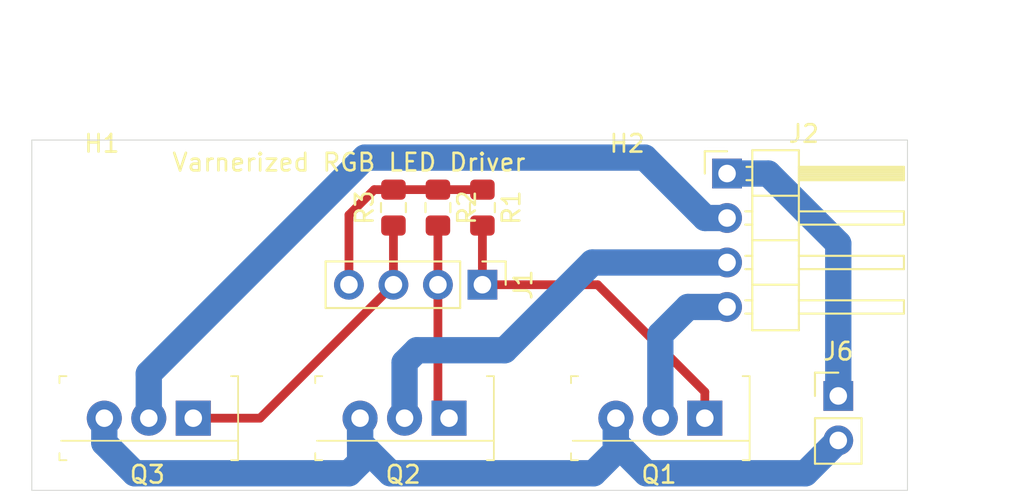
<source format=kicad_pcb>
(kicad_pcb (version 20171130) (host pcbnew 5.1.4+dfsg1-1)

  (general
    (thickness 1.6)
    (drawings 10)
    (tracks 46)
    (zones 0)
    (modules 11)
    (nets 10)
  )

  (page A4)
  (layers
    (0 F.Cu signal)
    (31 B.Cu signal)
    (32 B.Adhes user)
    (33 F.Adhes user)
    (34 B.Paste user)
    (35 F.Paste user)
    (36 B.SilkS user)
    (37 F.SilkS user)
    (38 B.Mask user)
    (39 F.Mask user)
    (40 Dwgs.User user)
    (41 Cmts.User user)
    (42 Eco1.User user)
    (43 Eco2.User user)
    (44 Edge.Cuts user)
    (45 Margin user)
    (46 B.CrtYd user)
    (47 F.CrtYd user)
    (48 B.Fab user)
    (49 F.Fab user)
  )

  (setup
    (last_trace_width 0.5)
    (trace_clearance 0.2)
    (zone_clearance 0.508)
    (zone_45_only no)
    (trace_min 0.2)
    (via_size 0.8)
    (via_drill 0.4)
    (via_min_size 0.4)
    (via_min_drill 0.3)
    (uvia_size 0.3)
    (uvia_drill 0.1)
    (uvias_allowed no)
    (uvia_min_size 0.2)
    (uvia_min_drill 0.1)
    (edge_width 0.05)
    (segment_width 0.2)
    (pcb_text_width 0.3)
    (pcb_text_size 1.5 1.5)
    (mod_edge_width 0.12)
    (mod_text_size 1 1)
    (mod_text_width 0.15)
    (pad_size 1.524 1.524)
    (pad_drill 0.762)
    (pad_to_mask_clearance 0.051)
    (solder_mask_min_width 0.25)
    (aux_axis_origin 0 0)
    (visible_elements FFFFFF7F)
    (pcbplotparams
      (layerselection 0x010fc_ffffffff)
      (usegerberextensions false)
      (usegerberattributes false)
      (usegerberadvancedattributes false)
      (creategerberjobfile false)
      (excludeedgelayer true)
      (linewidth 0.100000)
      (plotframeref false)
      (viasonmask false)
      (mode 1)
      (useauxorigin false)
      (hpglpennumber 1)
      (hpglpenspeed 20)
      (hpglpendiameter 15.000000)
      (psnegative false)
      (psa4output false)
      (plotreference true)
      (plotvalue true)
      (plotinvisibletext false)
      (padsonsilk false)
      (subtractmaskfromsilk false)
      (outputformat 1)
      (mirror false)
      (drillshape 1)
      (scaleselection 1)
      (outputdirectory ""))
  )

  (net 0 "")
  (net 1 "Net-(J1-Pad4)")
  (net 2 "Net-(J1-Pad3)")
  (net 3 "Net-(J1-Pad2)")
  (net 4 "Net-(J1-Pad1)")
  (net 5 "Net-(J2-Pad2)")
  (net 6 "Net-(J2-Pad1)")
  (net 7 "Net-(J6-Pad2)")
  (net 8 "Net-(J2-Pad4)")
  (net 9 "Net-(J2-Pad3)")

  (net_class Default "This is the default net class."
    (clearance 0.2)
    (trace_width 0.5)
    (via_dia 0.8)
    (via_drill 0.4)
    (uvia_dia 0.3)
    (uvia_drill 0.1)
    (add_net "Net-(J1-Pad1)")
    (add_net "Net-(J1-Pad2)")
    (add_net "Net-(J1-Pad3)")
    (add_net "Net-(J1-Pad4)")
  )

  (net_class "High Current" ""
    (clearance 0.2)
    (trace_width 1.5)
    (via_dia 0.8)
    (via_drill 0.4)
    (uvia_dia 0.3)
    (uvia_drill 0.1)
    (add_net "Net-(J2-Pad1)")
    (add_net "Net-(J2-Pad2)")
    (add_net "Net-(J2-Pad3)")
    (add_net "Net-(J2-Pad4)")
    (add_net "Net-(J6-Pad2)")
  )

  (module Connector_PinHeader_2.54mm:PinHeader_1x04_P2.54mm_Vertical (layer F.Cu) (tedit 59FED5CC) (tstamp 5E393F94)
    (at 125.73 48.26 270)
    (descr "Through hole straight pin header, 1x04, 2.54mm pitch, single row")
    (tags "Through hole pin header THT 1x04 2.54mm single row")
    (path /5E38708A)
    (fp_text reference J1 (at 0 -2.33 90) (layer F.SilkS)
      (effects (font (size 1 1) (thickness 0.15)))
    )
    (fp_text value Conn_01x04_Male (at 0 9.95 90) (layer F.Fab)
      (effects (font (size 1 1) (thickness 0.15)))
    )
    (fp_text user %R (at 0 3.81) (layer F.Fab)
      (effects (font (size 1 1) (thickness 0.15)))
    )
    (fp_line (start 1.8 -1.8) (end -1.8 -1.8) (layer F.CrtYd) (width 0.05))
    (fp_line (start 1.8 9.4) (end 1.8 -1.8) (layer F.CrtYd) (width 0.05))
    (fp_line (start -1.8 9.4) (end 1.8 9.4) (layer F.CrtYd) (width 0.05))
    (fp_line (start -1.8 -1.8) (end -1.8 9.4) (layer F.CrtYd) (width 0.05))
    (fp_line (start -1.33 -1.33) (end 0 -1.33) (layer F.SilkS) (width 0.12))
    (fp_line (start -1.33 0) (end -1.33 -1.33) (layer F.SilkS) (width 0.12))
    (fp_line (start -1.33 1.27) (end 1.33 1.27) (layer F.SilkS) (width 0.12))
    (fp_line (start 1.33 1.27) (end 1.33 8.95) (layer F.SilkS) (width 0.12))
    (fp_line (start -1.33 1.27) (end -1.33 8.95) (layer F.SilkS) (width 0.12))
    (fp_line (start -1.33 8.95) (end 1.33 8.95) (layer F.SilkS) (width 0.12))
    (fp_line (start -1.27 -0.635) (end -0.635 -1.27) (layer F.Fab) (width 0.1))
    (fp_line (start -1.27 8.89) (end -1.27 -0.635) (layer F.Fab) (width 0.1))
    (fp_line (start 1.27 8.89) (end -1.27 8.89) (layer F.Fab) (width 0.1))
    (fp_line (start 1.27 -1.27) (end 1.27 8.89) (layer F.Fab) (width 0.1))
    (fp_line (start -0.635 -1.27) (end 1.27 -1.27) (layer F.Fab) (width 0.1))
    (pad 4 thru_hole oval (at 0 7.62 270) (size 1.7 1.7) (drill 1) (layers *.Cu *.Mask)
      (net 1 "Net-(J1-Pad4)"))
    (pad 3 thru_hole oval (at 0 5.08 270) (size 1.7 1.7) (drill 1) (layers *.Cu *.Mask)
      (net 2 "Net-(J1-Pad3)"))
    (pad 2 thru_hole oval (at 0 2.54 270) (size 1.7 1.7) (drill 1) (layers *.Cu *.Mask)
      (net 3 "Net-(J1-Pad2)"))
    (pad 1 thru_hole rect (at 0 0 270) (size 1.7 1.7) (drill 1) (layers *.Cu *.Mask)
      (net 4 "Net-(J1-Pad1)"))
    (model ${KISYS3DMOD}/Connector_PinHeader_2.54mm.3dshapes/PinHeader_1x04_P2.54mm_Vertical.wrl
      (at (xyz 0 0 0))
      (scale (xyz 1 1 1))
      (rotate (xyz 0 0 0))
    )
  )

  (module Resistor_SMD:R_0805_2012Metric_Pad1.15x1.40mm_HandSolder (layer F.Cu) (tedit 5B36C52B) (tstamp 5E394782)
    (at 120.65 43.854998 90)
    (descr "Resistor SMD 0805 (2012 Metric), square (rectangular) end terminal, IPC_7351 nominal with elongated pad for handsoldering. (Body size source: https://docs.google.com/spreadsheets/d/1BsfQQcO9C6DZCsRaXUlFlo91Tg2WpOkGARC1WS5S8t0/edit?usp=sharing), generated with kicad-footprint-generator")
    (tags "resistor handsolder")
    (path /5E3940AB)
    (attr smd)
    (fp_text reference R3 (at 0 -1.65 90) (layer F.SilkS)
      (effects (font (size 1 1) (thickness 0.15)))
    )
    (fp_text value 10K (at 0 1.65 90) (layer F.Fab)
      (effects (font (size 1 1) (thickness 0.15)))
    )
    (fp_text user %R (at 0 0 90) (layer F.Fab)
      (effects (font (size 0.5 0.5) (thickness 0.08)))
    )
    (fp_line (start 1.85 0.95) (end -1.85 0.95) (layer F.CrtYd) (width 0.05))
    (fp_line (start 1.85 -0.95) (end 1.85 0.95) (layer F.CrtYd) (width 0.05))
    (fp_line (start -1.85 -0.95) (end 1.85 -0.95) (layer F.CrtYd) (width 0.05))
    (fp_line (start -1.85 0.95) (end -1.85 -0.95) (layer F.CrtYd) (width 0.05))
    (fp_line (start -0.261252 0.71) (end 0.261252 0.71) (layer F.SilkS) (width 0.12))
    (fp_line (start -0.261252 -0.71) (end 0.261252 -0.71) (layer F.SilkS) (width 0.12))
    (fp_line (start 1 0.6) (end -1 0.6) (layer F.Fab) (width 0.1))
    (fp_line (start 1 -0.6) (end 1 0.6) (layer F.Fab) (width 0.1))
    (fp_line (start -1 -0.6) (end 1 -0.6) (layer F.Fab) (width 0.1))
    (fp_line (start -1 0.6) (end -1 -0.6) (layer F.Fab) (width 0.1))
    (pad 2 smd roundrect (at 1.025 0 90) (size 1.15 1.4) (layers F.Cu F.Paste F.Mask) (roundrect_rratio 0.217391)
      (net 1 "Net-(J1-Pad4)"))
    (pad 1 smd roundrect (at -1.025 0 90) (size 1.15 1.4) (layers F.Cu F.Paste F.Mask) (roundrect_rratio 0.217391)
      (net 2 "Net-(J1-Pad3)"))
    (model ${KISYS3DMOD}/Resistor_SMD.3dshapes/R_0805_2012Metric.wrl
      (at (xyz 0 0 0))
      (scale (xyz 1 1 1))
      (rotate (xyz 0 0 0))
    )
  )

  (module Resistor_SMD:R_0805_2012Metric_Pad1.15x1.40mm_HandSolder (layer F.Cu) (tedit 5B36C52B) (tstamp 5E394A29)
    (at 123.19 43.854998 270)
    (descr "Resistor SMD 0805 (2012 Metric), square (rectangular) end terminal, IPC_7351 nominal with elongated pad for handsoldering. (Body size source: https://docs.google.com/spreadsheets/d/1BsfQQcO9C6DZCsRaXUlFlo91Tg2WpOkGARC1WS5S8t0/edit?usp=sharing), generated with kicad-footprint-generator")
    (tags "resistor handsolder")
    (path /5E393D03)
    (attr smd)
    (fp_text reference R2 (at 0 -1.65 90) (layer F.SilkS)
      (effects (font (size 1 1) (thickness 0.15)))
    )
    (fp_text value 10K (at 0 1.65 90) (layer F.Fab)
      (effects (font (size 1 1) (thickness 0.15)))
    )
    (fp_text user %R (at 0 0 90) (layer F.Fab)
      (effects (font (size 0.5 0.5) (thickness 0.08)))
    )
    (fp_line (start 1.85 0.95) (end -1.85 0.95) (layer F.CrtYd) (width 0.05))
    (fp_line (start 1.85 -0.95) (end 1.85 0.95) (layer F.CrtYd) (width 0.05))
    (fp_line (start -1.85 -0.95) (end 1.85 -0.95) (layer F.CrtYd) (width 0.05))
    (fp_line (start -1.85 0.95) (end -1.85 -0.95) (layer F.CrtYd) (width 0.05))
    (fp_line (start -0.261252 0.71) (end 0.261252 0.71) (layer F.SilkS) (width 0.12))
    (fp_line (start -0.261252 -0.71) (end 0.261252 -0.71) (layer F.SilkS) (width 0.12))
    (fp_line (start 1 0.6) (end -1 0.6) (layer F.Fab) (width 0.1))
    (fp_line (start 1 -0.6) (end 1 0.6) (layer F.Fab) (width 0.1))
    (fp_line (start -1 -0.6) (end 1 -0.6) (layer F.Fab) (width 0.1))
    (fp_line (start -1 0.6) (end -1 -0.6) (layer F.Fab) (width 0.1))
    (pad 2 smd roundrect (at 1.025 0 270) (size 1.15 1.4) (layers F.Cu F.Paste F.Mask) (roundrect_rratio 0.217391)
      (net 3 "Net-(J1-Pad2)"))
    (pad 1 smd roundrect (at -1.025 0 270) (size 1.15 1.4) (layers F.Cu F.Paste F.Mask) (roundrect_rratio 0.217391)
      (net 1 "Net-(J1-Pad4)"))
    (model ${KISYS3DMOD}/Resistor_SMD.3dshapes/R_0805_2012Metric.wrl
      (at (xyz 0 0 0))
      (scale (xyz 1 1 1))
      (rotate (xyz 0 0 0))
    )
  )

  (module Resistor_SMD:R_0805_2012Metric_Pad1.15x1.40mm_HandSolder (layer F.Cu) (tedit 5B36C52B) (tstamp 5E394760)
    (at 125.73 43.854998 270)
    (descr "Resistor SMD 0805 (2012 Metric), square (rectangular) end terminal, IPC_7351 nominal with elongated pad for handsoldering. (Body size source: https://docs.google.com/spreadsheets/d/1BsfQQcO9C6DZCsRaXUlFlo91Tg2WpOkGARC1WS5S8t0/edit?usp=sharing), generated with kicad-footprint-generator")
    (tags "resistor handsolder")
    (path /5E390FD6)
    (attr smd)
    (fp_text reference R1 (at 0 -1.65 90) (layer F.SilkS)
      (effects (font (size 1 1) (thickness 0.15)))
    )
    (fp_text value 10K (at 0 1.65 90) (layer F.Fab)
      (effects (font (size 1 1) (thickness 0.15)))
    )
    (fp_text user %R (at 0 0 90) (layer F.Fab)
      (effects (font (size 0.5 0.5) (thickness 0.08)))
    )
    (fp_line (start 1.85 0.95) (end -1.85 0.95) (layer F.CrtYd) (width 0.05))
    (fp_line (start 1.85 -0.95) (end 1.85 0.95) (layer F.CrtYd) (width 0.05))
    (fp_line (start -1.85 -0.95) (end 1.85 -0.95) (layer F.CrtYd) (width 0.05))
    (fp_line (start -1.85 0.95) (end -1.85 -0.95) (layer F.CrtYd) (width 0.05))
    (fp_line (start -0.261252 0.71) (end 0.261252 0.71) (layer F.SilkS) (width 0.12))
    (fp_line (start -0.261252 -0.71) (end 0.261252 -0.71) (layer F.SilkS) (width 0.12))
    (fp_line (start 1 0.6) (end -1 0.6) (layer F.Fab) (width 0.1))
    (fp_line (start 1 -0.6) (end 1 0.6) (layer F.Fab) (width 0.1))
    (fp_line (start -1 -0.6) (end 1 -0.6) (layer F.Fab) (width 0.1))
    (fp_line (start -1 0.6) (end -1 -0.6) (layer F.Fab) (width 0.1))
    (pad 2 smd roundrect (at 1.025 0 270) (size 1.15 1.4) (layers F.Cu F.Paste F.Mask) (roundrect_rratio 0.217391)
      (net 4 "Net-(J1-Pad1)"))
    (pad 1 smd roundrect (at -1.025 0 270) (size 1.15 1.4) (layers F.Cu F.Paste F.Mask) (roundrect_rratio 0.217391)
      (net 1 "Net-(J1-Pad4)"))
    (model ${KISYS3DMOD}/Resistor_SMD.3dshapes/R_0805_2012Metric.wrl
      (at (xyz 0 0 0))
      (scale (xyz 1 1 1))
      (rotate (xyz 0 0 0))
    )
  )

  (module MountingHole:MountingHole_3.2mm_M3_DIN965 locked (layer F.Cu) (tedit 56D1B4CB) (tstamp 5E393CE3)
    (at 134 44)
    (descr "Mounting Hole 3.2mm, no annular, M3, DIN965")
    (tags "mounting hole 3.2mm no annular m3 din965")
    (path /5E3950A7)
    (attr virtual)
    (fp_text reference H2 (at 0 -3.8) (layer F.SilkS)
      (effects (font (size 1 1) (thickness 0.15)))
    )
    (fp_text value MountingHole (at 0 3.8) (layer F.Fab)
      (effects (font (size 1 1) (thickness 0.15)))
    )
    (fp_circle (center 0 0) (end 3.05 0) (layer F.CrtYd) (width 0.05))
    (fp_circle (center 0 0) (end 2.8 0) (layer Cmts.User) (width 0.15))
    (fp_text user %R (at 0.3 0) (layer F.Fab)
      (effects (font (size 1 1) (thickness 0.15)))
    )
    (pad 1 np_thru_hole circle (at 0 0) (size 3.2 3.2) (drill 3.2) (layers *.Cu *.Mask))
  )

  (module MountingHole:MountingHole_3.2mm_M3_DIN965 locked (layer F.Cu) (tedit 56D1B4CB) (tstamp 5E393CDB)
    (at 104 44)
    (descr "Mounting Hole 3.2mm, no annular, M3, DIN965")
    (tags "mounting hole 3.2mm no annular m3 din965")
    (path /5E3945BC)
    (attr virtual)
    (fp_text reference H1 (at 0 -3.8) (layer F.SilkS)
      (effects (font (size 1 1) (thickness 0.15)))
    )
    (fp_text value MountingHole (at 0 3.8) (layer F.Fab)
      (effects (font (size 1 1) (thickness 0.15)))
    )
    (fp_circle (center 0 0) (end 3.05 0) (layer F.CrtYd) (width 0.05))
    (fp_circle (center 0 0) (end 2.8 0) (layer Cmts.User) (width 0.15))
    (fp_text user %R (at 0.3 0) (layer F.Fab)
      (effects (font (size 1 1) (thickness 0.15)))
    )
    (pad 1 np_thru_hole circle (at 0 0) (size 3.2 3.2) (drill 3.2) (layers *.Cu *.Mask))
  )

  (module Connector_PinHeader_2.54mm:PinHeader_1x04_P2.54mm_Horizontal (layer F.Cu) (tedit 59FED5CB) (tstamp 5E390996)
    (at 139.7 41.91)
    (descr "Through hole angled pin header, 1x04, 2.54mm pitch, 6mm pin length, single row")
    (tags "Through hole angled pin header THT 1x04 2.54mm single row")
    (path /5E3AF3BB)
    (fp_text reference J2 (at 4.385 -2.27) (layer F.SilkS)
      (effects (font (size 1 1) (thickness 0.15)))
    )
    (fp_text value Conn_01x04_Male (at 4.385 9.89) (layer F.Fab)
      (effects (font (size 1 1) (thickness 0.15)))
    )
    (fp_text user %R (at 2.77 3.81 90) (layer F.Fab)
      (effects (font (size 1 1) (thickness 0.15)))
    )
    (fp_line (start 10.55 -1.8) (end -1.8 -1.8) (layer F.CrtYd) (width 0.05))
    (fp_line (start 10.55 9.4) (end 10.55 -1.8) (layer F.CrtYd) (width 0.05))
    (fp_line (start -1.8 9.4) (end 10.55 9.4) (layer F.CrtYd) (width 0.05))
    (fp_line (start -1.8 -1.8) (end -1.8 9.4) (layer F.CrtYd) (width 0.05))
    (fp_line (start -1.27 -1.27) (end 0 -1.27) (layer F.SilkS) (width 0.12))
    (fp_line (start -1.27 0) (end -1.27 -1.27) (layer F.SilkS) (width 0.12))
    (fp_line (start 1.042929 8) (end 1.44 8) (layer F.SilkS) (width 0.12))
    (fp_line (start 1.042929 7.24) (end 1.44 7.24) (layer F.SilkS) (width 0.12))
    (fp_line (start 10.1 8) (end 4.1 8) (layer F.SilkS) (width 0.12))
    (fp_line (start 10.1 7.24) (end 10.1 8) (layer F.SilkS) (width 0.12))
    (fp_line (start 4.1 7.24) (end 10.1 7.24) (layer F.SilkS) (width 0.12))
    (fp_line (start 1.44 6.35) (end 4.1 6.35) (layer F.SilkS) (width 0.12))
    (fp_line (start 1.042929 5.46) (end 1.44 5.46) (layer F.SilkS) (width 0.12))
    (fp_line (start 1.042929 4.7) (end 1.44 4.7) (layer F.SilkS) (width 0.12))
    (fp_line (start 10.1 5.46) (end 4.1 5.46) (layer F.SilkS) (width 0.12))
    (fp_line (start 10.1 4.7) (end 10.1 5.46) (layer F.SilkS) (width 0.12))
    (fp_line (start 4.1 4.7) (end 10.1 4.7) (layer F.SilkS) (width 0.12))
    (fp_line (start 1.44 3.81) (end 4.1 3.81) (layer F.SilkS) (width 0.12))
    (fp_line (start 1.042929 2.92) (end 1.44 2.92) (layer F.SilkS) (width 0.12))
    (fp_line (start 1.042929 2.16) (end 1.44 2.16) (layer F.SilkS) (width 0.12))
    (fp_line (start 10.1 2.92) (end 4.1 2.92) (layer F.SilkS) (width 0.12))
    (fp_line (start 10.1 2.16) (end 10.1 2.92) (layer F.SilkS) (width 0.12))
    (fp_line (start 4.1 2.16) (end 10.1 2.16) (layer F.SilkS) (width 0.12))
    (fp_line (start 1.44 1.27) (end 4.1 1.27) (layer F.SilkS) (width 0.12))
    (fp_line (start 1.11 0.38) (end 1.44 0.38) (layer F.SilkS) (width 0.12))
    (fp_line (start 1.11 -0.38) (end 1.44 -0.38) (layer F.SilkS) (width 0.12))
    (fp_line (start 4.1 0.28) (end 10.1 0.28) (layer F.SilkS) (width 0.12))
    (fp_line (start 4.1 0.16) (end 10.1 0.16) (layer F.SilkS) (width 0.12))
    (fp_line (start 4.1 0.04) (end 10.1 0.04) (layer F.SilkS) (width 0.12))
    (fp_line (start 4.1 -0.08) (end 10.1 -0.08) (layer F.SilkS) (width 0.12))
    (fp_line (start 4.1 -0.2) (end 10.1 -0.2) (layer F.SilkS) (width 0.12))
    (fp_line (start 4.1 -0.32) (end 10.1 -0.32) (layer F.SilkS) (width 0.12))
    (fp_line (start 10.1 0.38) (end 4.1 0.38) (layer F.SilkS) (width 0.12))
    (fp_line (start 10.1 -0.38) (end 10.1 0.38) (layer F.SilkS) (width 0.12))
    (fp_line (start 4.1 -0.38) (end 10.1 -0.38) (layer F.SilkS) (width 0.12))
    (fp_line (start 4.1 -1.33) (end 1.44 -1.33) (layer F.SilkS) (width 0.12))
    (fp_line (start 4.1 8.95) (end 4.1 -1.33) (layer F.SilkS) (width 0.12))
    (fp_line (start 1.44 8.95) (end 4.1 8.95) (layer F.SilkS) (width 0.12))
    (fp_line (start 1.44 -1.33) (end 1.44 8.95) (layer F.SilkS) (width 0.12))
    (fp_line (start 4.04 7.94) (end 10.04 7.94) (layer F.Fab) (width 0.1))
    (fp_line (start 10.04 7.3) (end 10.04 7.94) (layer F.Fab) (width 0.1))
    (fp_line (start 4.04 7.3) (end 10.04 7.3) (layer F.Fab) (width 0.1))
    (fp_line (start -0.32 7.94) (end 1.5 7.94) (layer F.Fab) (width 0.1))
    (fp_line (start -0.32 7.3) (end -0.32 7.94) (layer F.Fab) (width 0.1))
    (fp_line (start -0.32 7.3) (end 1.5 7.3) (layer F.Fab) (width 0.1))
    (fp_line (start 4.04 5.4) (end 10.04 5.4) (layer F.Fab) (width 0.1))
    (fp_line (start 10.04 4.76) (end 10.04 5.4) (layer F.Fab) (width 0.1))
    (fp_line (start 4.04 4.76) (end 10.04 4.76) (layer F.Fab) (width 0.1))
    (fp_line (start -0.32 5.4) (end 1.5 5.4) (layer F.Fab) (width 0.1))
    (fp_line (start -0.32 4.76) (end -0.32 5.4) (layer F.Fab) (width 0.1))
    (fp_line (start -0.32 4.76) (end 1.5 4.76) (layer F.Fab) (width 0.1))
    (fp_line (start 4.04 2.86) (end 10.04 2.86) (layer F.Fab) (width 0.1))
    (fp_line (start 10.04 2.22) (end 10.04 2.86) (layer F.Fab) (width 0.1))
    (fp_line (start 4.04 2.22) (end 10.04 2.22) (layer F.Fab) (width 0.1))
    (fp_line (start -0.32 2.86) (end 1.5 2.86) (layer F.Fab) (width 0.1))
    (fp_line (start -0.32 2.22) (end -0.32 2.86) (layer F.Fab) (width 0.1))
    (fp_line (start -0.32 2.22) (end 1.5 2.22) (layer F.Fab) (width 0.1))
    (fp_line (start 4.04 0.32) (end 10.04 0.32) (layer F.Fab) (width 0.1))
    (fp_line (start 10.04 -0.32) (end 10.04 0.32) (layer F.Fab) (width 0.1))
    (fp_line (start 4.04 -0.32) (end 10.04 -0.32) (layer F.Fab) (width 0.1))
    (fp_line (start -0.32 0.32) (end 1.5 0.32) (layer F.Fab) (width 0.1))
    (fp_line (start -0.32 -0.32) (end -0.32 0.32) (layer F.Fab) (width 0.1))
    (fp_line (start -0.32 -0.32) (end 1.5 -0.32) (layer F.Fab) (width 0.1))
    (fp_line (start 1.5 -0.635) (end 2.135 -1.27) (layer F.Fab) (width 0.1))
    (fp_line (start 1.5 8.89) (end 1.5 -0.635) (layer F.Fab) (width 0.1))
    (fp_line (start 4.04 8.89) (end 1.5 8.89) (layer F.Fab) (width 0.1))
    (fp_line (start 4.04 -1.27) (end 4.04 8.89) (layer F.Fab) (width 0.1))
    (fp_line (start 2.135 -1.27) (end 4.04 -1.27) (layer F.Fab) (width 0.1))
    (pad 4 thru_hole oval (at 0 7.62) (size 1.7 1.7) (drill 1) (layers *.Cu *.Mask)
      (net 8 "Net-(J2-Pad4)"))
    (pad 3 thru_hole oval (at 0 5.08) (size 1.7 1.7) (drill 1) (layers *.Cu *.Mask)
      (net 9 "Net-(J2-Pad3)"))
    (pad 2 thru_hole oval (at 0 2.54) (size 1.7 1.7) (drill 1) (layers *.Cu *.Mask)
      (net 5 "Net-(J2-Pad2)"))
    (pad 1 thru_hole rect (at 0 0) (size 1.7 1.7) (drill 1) (layers *.Cu *.Mask)
      (net 6 "Net-(J2-Pad1)"))
    (model ${KISYS3DMOD}/Connector_PinHeader_2.54mm.3dshapes/PinHeader_1x04_P2.54mm_Horizontal.wrl
      (at (xyz 0 0 0))
      (scale (xyz 1 1 1))
      (rotate (xyz 0 0 0))
    )
  )

  (module digikey-footprints:TO-220-3 (layer F.Cu) (tedit 5AFA02CB) (tstamp 5E391F82)
    (at 123.825 55.88 180)
    (descr http://www.st.com/content/ccc/resource/technical/document/datasheet/f9/ed/f5/44/26/b9/43/a4/CD00000911.pdf/files/CD00000911.pdf/jcr:content/translations/en.CD00000911.pdf)
    (path /5E38934B)
    (fp_text reference Q2 (at 2.62 -3.22) (layer F.SilkS)
      (effects (font (size 1 1) (thickness 0.15)))
    )
    (fp_text value IRLB3034PBF (at 2.27 3.63) (layer F.Fab)
      (effects (font (size 1 1) (thickness 0.15)))
    )
    (fp_line (start -2.46 2.25) (end 7.54 2.25) (layer F.Fab) (width 0.1))
    (fp_line (start -2.46 -2.25) (end 7.54 -2.25) (layer F.Fab) (width 0.1))
    (fp_line (start -2.46 -2.25) (end -2.46 2.25) (layer F.Fab) (width 0.1))
    (fp_line (start 7.54 2.25) (end 7.54 -2.25) (layer F.Fab) (width 0.1))
    (fp_text user %R (at 2.52 -0.01) (layer F.Fab)
      (effects (font (size 1 1) (thickness 0.15)))
    )
    (fp_line (start 7.64 -2.4) (end 7.64 -2) (layer F.SilkS) (width 0.1))
    (fp_line (start 7.24 -2.4) (end 7.64 -2.4) (layer F.SilkS) (width 0.1))
    (fp_line (start -2.56 -2.4) (end -2.16 -2.4) (layer F.SilkS) (width 0.1))
    (fp_line (start -2.56 -2.4) (end -2.56 -2) (layer F.SilkS) (width 0.1))
    (fp_line (start -2.56 2.4) (end -2.16 2.4) (layer F.SilkS) (width 0.1))
    (fp_line (start -2.56 2.4) (end -2.56 -2) (layer F.SilkS) (width 0.1))
    (fp_line (start 7.64 2.4) (end 7.24 2.4) (layer F.SilkS) (width 0.1))
    (fp_line (start 7.64 2.4) (end 7.64 2) (layer F.SilkS) (width 0.1))
    (fp_line (start 7.79 -2.5) (end 7.79 2.5) (layer F.CrtYd) (width 0.05))
    (fp_line (start -2.71 -2.5) (end -2.71 2.5) (layer F.CrtYd) (width 0.05))
    (fp_line (start -2.71 -2.5) (end 7.79 -2.5) (layer F.CrtYd) (width 0.05))
    (fp_line (start -2.71 2.5) (end 7.79 2.5) (layer F.CrtYd) (width 0.05))
    (fp_line (start -2.45 -1.3) (end 7.54 -1.3) (layer F.Fab) (width 0.1))
    (fp_line (start -2.56 -1.29) (end 7.54 -1.29) (layer F.SilkS) (width 0.1))
    (pad 3 thru_hole circle (at 5.08 0 180) (size 2 2) (drill 1) (layers *.Cu *.Mask)
      (net 7 "Net-(J6-Pad2)"))
    (pad 2 thru_hole circle (at 2.54 0 180) (size 2 2) (drill 1) (layers *.Cu *.Mask)
      (net 9 "Net-(J2-Pad3)"))
    (pad 1 thru_hole rect (at 0 0 180) (size 2 2) (drill 1) (layers *.Cu *.Mask)
      (net 3 "Net-(J1-Pad2)"))
  )

  (module digikey-footprints:TO-220-3 (layer F.Cu) (tedit 5AFA02CB) (tstamp 5E394891)
    (at 138.43 55.88 180)
    (descr http://www.st.com/content/ccc/resource/technical/document/datasheet/f9/ed/f5/44/26/b9/43/a4/CD00000911.pdf/files/CD00000911.pdf/jcr:content/translations/en.CD00000911.pdf)
    (path /5E387FA0)
    (fp_text reference Q1 (at 2.62 -3.22) (layer F.SilkS)
      (effects (font (size 1 1) (thickness 0.15)))
    )
    (fp_text value IRLB3034PBF (at 2.27 3.63) (layer F.Fab)
      (effects (font (size 1 1) (thickness 0.15)))
    )
    (fp_line (start -2.46 2.25) (end 7.54 2.25) (layer F.Fab) (width 0.1))
    (fp_line (start -2.46 -2.25) (end 7.54 -2.25) (layer F.Fab) (width 0.1))
    (fp_line (start -2.46 -2.25) (end -2.46 2.25) (layer F.Fab) (width 0.1))
    (fp_line (start 7.54 2.25) (end 7.54 -2.25) (layer F.Fab) (width 0.1))
    (fp_text user %R (at 2.52 -0.01) (layer F.Fab)
      (effects (font (size 1 1) (thickness 0.15)))
    )
    (fp_line (start 7.64 -2.4) (end 7.64 -2) (layer F.SilkS) (width 0.1))
    (fp_line (start 7.24 -2.4) (end 7.64 -2.4) (layer F.SilkS) (width 0.1))
    (fp_line (start -2.56 -2.4) (end -2.16 -2.4) (layer F.SilkS) (width 0.1))
    (fp_line (start -2.56 -2.4) (end -2.56 -2) (layer F.SilkS) (width 0.1))
    (fp_line (start -2.56 2.4) (end -2.16 2.4) (layer F.SilkS) (width 0.1))
    (fp_line (start -2.56 2.4) (end -2.56 -2) (layer F.SilkS) (width 0.1))
    (fp_line (start 7.64 2.4) (end 7.24 2.4) (layer F.SilkS) (width 0.1))
    (fp_line (start 7.64 2.4) (end 7.64 2) (layer F.SilkS) (width 0.1))
    (fp_line (start 7.79 -2.5) (end 7.79 2.5) (layer F.CrtYd) (width 0.05))
    (fp_line (start -2.71 -2.5) (end -2.71 2.5) (layer F.CrtYd) (width 0.05))
    (fp_line (start -2.71 -2.5) (end 7.79 -2.5) (layer F.CrtYd) (width 0.05))
    (fp_line (start -2.71 2.5) (end 7.79 2.5) (layer F.CrtYd) (width 0.05))
    (fp_line (start -2.45 -1.3) (end 7.54 -1.3) (layer F.Fab) (width 0.1))
    (fp_line (start -2.56 -1.29) (end 7.54 -1.29) (layer F.SilkS) (width 0.1))
    (pad 3 thru_hole circle (at 5.08 0 180) (size 2 2) (drill 1) (layers *.Cu *.Mask)
      (net 7 "Net-(J6-Pad2)"))
    (pad 2 thru_hole circle (at 2.54 0 180) (size 2 2) (drill 1) (layers *.Cu *.Mask)
      (net 8 "Net-(J2-Pad4)"))
    (pad 1 thru_hole rect (at 0 0 180) (size 2 2) (drill 1) (layers *.Cu *.Mask)
      (net 4 "Net-(J1-Pad1)"))
  )

  (module Connector_PinHeader_2.54mm:PinHeader_1x02_P2.54mm_Vertical (layer F.Cu) (tedit 59FED5CC) (tstamp 5E394738)
    (at 146.05 54.61)
    (descr "Through hole straight pin header, 1x02, 2.54mm pitch, single row")
    (tags "Through hole pin header THT 1x02 2.54mm single row")
    (path /5E3A2F95)
    (fp_text reference J6 (at 0 -2.54) (layer F.SilkS)
      (effects (font (size 1 1) (thickness 0.15)))
    )
    (fp_text value Conn_01x02_Male (at 0 4.87) (layer F.Fab)
      (effects (font (size 1 1) (thickness 0.15)))
    )
    (fp_text user %R (at 0 1.27 90) (layer F.Fab)
      (effects (font (size 1 1) (thickness 0.15)))
    )
    (fp_line (start 1.8 -1.8) (end -1.8 -1.8) (layer F.CrtYd) (width 0.05))
    (fp_line (start 1.8 4.35) (end 1.8 -1.8) (layer F.CrtYd) (width 0.05))
    (fp_line (start -1.8 4.35) (end 1.8 4.35) (layer F.CrtYd) (width 0.05))
    (fp_line (start -1.8 -1.8) (end -1.8 4.35) (layer F.CrtYd) (width 0.05))
    (fp_line (start -1.33 -1.33) (end 0 -1.33) (layer F.SilkS) (width 0.12))
    (fp_line (start -1.33 0) (end -1.33 -1.33) (layer F.SilkS) (width 0.12))
    (fp_line (start -1.33 1.27) (end 1.33 1.27) (layer F.SilkS) (width 0.12))
    (fp_line (start 1.33 1.27) (end 1.33 3.87) (layer F.SilkS) (width 0.12))
    (fp_line (start -1.33 1.27) (end -1.33 3.87) (layer F.SilkS) (width 0.12))
    (fp_line (start -1.33 3.87) (end 1.33 3.87) (layer F.SilkS) (width 0.12))
    (fp_line (start -1.27 -0.635) (end -0.635 -1.27) (layer F.Fab) (width 0.1))
    (fp_line (start -1.27 3.81) (end -1.27 -0.635) (layer F.Fab) (width 0.1))
    (fp_line (start 1.27 3.81) (end -1.27 3.81) (layer F.Fab) (width 0.1))
    (fp_line (start 1.27 -1.27) (end 1.27 3.81) (layer F.Fab) (width 0.1))
    (fp_line (start -0.635 -1.27) (end 1.27 -1.27) (layer F.Fab) (width 0.1))
    (pad 2 thru_hole oval (at 0 2.54) (size 1.7 1.7) (drill 1) (layers *.Cu *.Mask)
      (net 7 "Net-(J6-Pad2)"))
    (pad 1 thru_hole rect (at 0 0) (size 1.7 1.7) (drill 1) (layers *.Cu *.Mask)
      (net 6 "Net-(J2-Pad1)"))
    (model ${KISYS3DMOD}/Connector_PinHeader_2.54mm.3dshapes/PinHeader_1x02_P2.54mm_Vertical.wrl
      (at (xyz 0 0 0))
      (scale (xyz 1 1 1))
      (rotate (xyz 0 0 0))
    )
  )

  (module digikey-footprints:TO-220-3 (layer F.Cu) (tedit 5AFA02CB) (tstamp 5E392057)
    (at 109.22 55.88 180)
    (descr http://www.st.com/content/ccc/resource/technical/document/datasheet/f9/ed/f5/44/26/b9/43/a4/CD00000911.pdf/files/CD00000911.pdf/jcr:content/translations/en.CD00000911.pdf)
    (path /5E389B94)
    (fp_text reference Q3 (at 2.62 -3.22) (layer F.SilkS)
      (effects (font (size 1 1) (thickness 0.15)))
    )
    (fp_text value IRLB3034PBF (at 2.27 3.63) (layer F.Fab)
      (effects (font (size 1 1) (thickness 0.15)))
    )
    (fp_line (start -2.46 2.25) (end 7.54 2.25) (layer F.Fab) (width 0.1))
    (fp_line (start -2.46 -2.25) (end 7.54 -2.25) (layer F.Fab) (width 0.1))
    (fp_line (start -2.46 -2.25) (end -2.46 2.25) (layer F.Fab) (width 0.1))
    (fp_line (start 7.54 2.25) (end 7.54 -2.25) (layer F.Fab) (width 0.1))
    (fp_text user %R (at 2.52 -0.01) (layer F.Fab)
      (effects (font (size 1 1) (thickness 0.15)))
    )
    (fp_line (start 7.64 -2.4) (end 7.64 -2) (layer F.SilkS) (width 0.1))
    (fp_line (start 7.24 -2.4) (end 7.64 -2.4) (layer F.SilkS) (width 0.1))
    (fp_line (start -2.56 -2.4) (end -2.16 -2.4) (layer F.SilkS) (width 0.1))
    (fp_line (start -2.56 -2.4) (end -2.56 -2) (layer F.SilkS) (width 0.1))
    (fp_line (start -2.56 2.4) (end -2.16 2.4) (layer F.SilkS) (width 0.1))
    (fp_line (start -2.56 2.4) (end -2.56 -2) (layer F.SilkS) (width 0.1))
    (fp_line (start 7.64 2.4) (end 7.24 2.4) (layer F.SilkS) (width 0.1))
    (fp_line (start 7.64 2.4) (end 7.64 2) (layer F.SilkS) (width 0.1))
    (fp_line (start 7.79 -2.5) (end 7.79 2.5) (layer F.CrtYd) (width 0.05))
    (fp_line (start -2.71 -2.5) (end -2.71 2.5) (layer F.CrtYd) (width 0.05))
    (fp_line (start -2.71 -2.5) (end 7.79 -2.5) (layer F.CrtYd) (width 0.05))
    (fp_line (start -2.71 2.5) (end 7.79 2.5) (layer F.CrtYd) (width 0.05))
    (fp_line (start -2.45 -1.3) (end 7.54 -1.3) (layer F.Fab) (width 0.1))
    (fp_line (start -2.56 -1.29) (end 7.54 -1.29) (layer F.SilkS) (width 0.1))
    (pad 3 thru_hole circle (at 5.08 0 180) (size 2 2) (drill 1) (layers *.Cu *.Mask)
      (net 7 "Net-(J6-Pad2)"))
    (pad 2 thru_hole circle (at 2.54 0 180) (size 2 2) (drill 1) (layers *.Cu *.Mask)
      (net 5 "Net-(J2-Pad2)"))
    (pad 1 thru_hole rect (at 0 0 180) (size 2 2) (drill 1) (layers *.Cu *.Mask)
      (net 2 "Net-(J1-Pad3)"))
  )

  (dimension 16 (width 0.15) (layer Cmts.User)
    (gr_text "16.000 mm" (at 142 35.7) (layer Cmts.User)
      (effects (font (size 1 1) (thickness 0.15)))
    )
    (feature1 (pts (xy 150 44) (xy 150 36.413579)))
    (feature2 (pts (xy 134 44) (xy 134 36.413579)))
    (crossbar (pts (xy 134 37) (xy 150 37)))
    (arrow1a (pts (xy 150 37) (xy 148.873496 37.586421)))
    (arrow1b (pts (xy 150 37) (xy 148.873496 36.413579)))
    (arrow2a (pts (xy 134 37) (xy 135.126504 37.586421)))
    (arrow2b (pts (xy 134 37) (xy 135.126504 36.413579)))
  )
  (dimension 30 (width 0.15) (layer Cmts.User)
    (gr_text "30.000 mm" (at 119 35.7) (layer Cmts.User)
      (effects (font (size 1 1) (thickness 0.15)))
    )
    (feature1 (pts (xy 134 44) (xy 134 36.413579)))
    (feature2 (pts (xy 104 44) (xy 104 36.413579)))
    (crossbar (pts (xy 104 37) (xy 134 37)))
    (arrow1a (pts (xy 134 37) (xy 132.873496 37.586421)))
    (arrow1b (pts (xy 134 37) (xy 132.873496 36.413579)))
    (arrow2a (pts (xy 104 37) (xy 105.126504 37.586421)))
    (arrow2b (pts (xy 104 37) (xy 105.126504 36.413579)))
  )
  (dimension 4 (width 0.15) (layer Cmts.User)
    (gr_text "4.000 mm" (at 102 35.7) (layer Cmts.User)
      (effects (font (size 1 1) (thickness 0.15)))
    )
    (feature1 (pts (xy 100 44) (xy 100 36.413579)))
    (feature2 (pts (xy 104 44) (xy 104 36.413579)))
    (crossbar (pts (xy 104 37) (xy 100 37)))
    (arrow1a (pts (xy 100 37) (xy 101.126504 36.413579)))
    (arrow1b (pts (xy 100 37) (xy 101.126504 37.586421)))
    (arrow2a (pts (xy 104 37) (xy 102.873496 36.413579)))
    (arrow2b (pts (xy 104 37) (xy 102.873496 37.586421)))
  )
  (dimension 20 (width 0.15) (layer Cmts.User)
    (gr_text "20.000 mm" (at 155.3 50 270) (layer Cmts.User)
      (effects (font (size 1 1) (thickness 0.15)))
    )
    (feature1 (pts (xy 150 60) (xy 154.586421 60)))
    (feature2 (pts (xy 150 40) (xy 154.586421 40)))
    (crossbar (pts (xy 154 40) (xy 154 60)))
    (arrow1a (pts (xy 154 60) (xy 153.413579 58.873496)))
    (arrow1b (pts (xy 154 60) (xy 154.586421 58.873496)))
    (arrow2a (pts (xy 154 40) (xy 153.413579 41.126504)))
    (arrow2b (pts (xy 154 40) (xy 154.586421 41.126504)))
  )
  (dimension 50 (width 0.15) (layer Cmts.User)
    (gr_text "50.000 mm" (at 125 32.7) (layer Cmts.User)
      (effects (font (size 1 1) (thickness 0.15)))
    )
    (feature1 (pts (xy 150 40) (xy 150 33.413579)))
    (feature2 (pts (xy 100 40) (xy 100 33.413579)))
    (crossbar (pts (xy 100 34) (xy 150 34)))
    (arrow1a (pts (xy 150 34) (xy 148.873496 34.586421)))
    (arrow1b (pts (xy 150 34) (xy 148.873496 33.413579)))
    (arrow2a (pts (xy 100 34) (xy 101.126504 34.586421)))
    (arrow2b (pts (xy 100 34) (xy 101.126504 33.413579)))
  )
  (gr_text "Varnerized RGB LED Driver" (at 118.11 41.275) (layer F.SilkS) (tstamp 5E393FE7)
    (effects (font (size 1 1) (thickness 0.15)))
  )
  (gr_line (start 150 40) (end 100 40) (layer Edge.Cuts) (width 0.05) (tstamp 5E391F64))
  (gr_line (start 150 60) (end 150 40) (layer Edge.Cuts) (width 0.05) (tstamp 5E391F67))
  (gr_line (start 100 60) (end 150 60) (layer Edge.Cuts) (width 0.05))
  (gr_line (start 100 40) (end 100 60) (layer Edge.Cuts) (width 0.05) (tstamp 5E39208A))

  (segment (start 125.73 42.829998) (end 123.19 42.829998) (width 0.5) (layer F.Cu) (net 1))
  (segment (start 123.19 42.829998) (end 120.65 42.829998) (width 0.5) (layer F.Cu) (net 1))
  (segment (start 118.11 44.274999) (end 118.11 48.26) (width 0.5) (layer F.Cu) (net 1))
  (segment (start 120.65 42.829998) (end 119.555001 42.829998) (width 0.5) (layer F.Cu) (net 1))
  (segment (start 119.555001 42.829998) (end 118.11 44.274999) (width 0.5) (layer F.Cu) (net 1))
  (segment (start 120.65 44.879998) (end 120.65 48.26) (width 0.5) (layer F.Cu) (net 2))
  (segment (start 113.03 55.88) (end 109.22 55.88) (width 0.5) (layer F.Cu) (net 2))
  (segment (start 120.65 48.26) (end 113.03 55.88) (width 0.5) (layer F.Cu) (net 2))
  (segment (start 123.19 44.879998) (end 123.19 48.26) (width 0.5) (layer F.Cu) (net 3))
  (segment (start 123.19 55.245) (end 123.825 55.88) (width 0.5) (layer F.Cu) (net 3))
  (segment (start 123.19 48.26) (end 123.19 55.245) (width 0.5) (layer F.Cu) (net 3))
  (segment (start 125.73 44.879998) (end 125.73 48.26) (width 0.5) (layer F.Cu) (net 4))
  (segment (start 138.43 54.38) (end 138.43 55.88) (width 0.5) (layer F.Cu) (net 4))
  (segment (start 132.31 48.26) (end 138.43 54.38) (width 0.5) (layer F.Cu) (net 4))
  (segment (start 125.73 48.26) (end 132.31 48.26) (width 0.5) (layer F.Cu) (net 4))
  (segment (start 106.68 53.34) (end 106.68 55.88) (width 1.5) (layer B.Cu) (net 5))
  (segment (start 119.02 41) (end 106.68 53.34) (width 1.5) (layer B.Cu) (net 5))
  (segment (start 135 41) (end 119.02 41) (width 1.5) (layer B.Cu) (net 5))
  (segment (start 139.7 44.45) (end 138.45 44.45) (width 1.5) (layer B.Cu) (net 5))
  (segment (start 138.45 44.45) (end 135 41) (width 1.5) (layer B.Cu) (net 5))
  (segment (start 146.05 52.26) (end 146.05 54.61) (width 1.5) (layer B.Cu) (net 6))
  (segment (start 146.05 45.91) (end 146.05 52.26) (width 1.5) (layer B.Cu) (net 6))
  (segment (start 142.05 41.91) (end 146.05 45.91) (width 1.5) (layer B.Cu) (net 6))
  (segment (start 139.7 41.91) (end 142.05 41.91) (width 1.5) (layer B.Cu) (net 6))
  (segment (start 146.05 57.15) (end 144.17501 59.02499) (width 1.5) (layer B.Cu) (net 7))
  (segment (start 135.080777 59.02499) (end 133.35 57.294213) (width 1.5) (layer B.Cu) (net 7))
  (segment (start 133.35 57.294213) (end 133.35 55.88) (width 1.5) (layer B.Cu) (net 7))
  (segment (start 144.17501 59.02499) (end 135.080777 59.02499) (width 1.5) (layer B.Cu) (net 7))
  (segment (start 133.35 55.88) (end 133.35 57.75499) (width 1.5) (layer B.Cu) (net 7))
  (segment (start 133.35 57.75499) (end 132.08 59.02499) (width 1.5) (layer B.Cu) (net 7))
  (segment (start 118.745 57.294213) (end 118.745 55.88) (width 1.5) (layer B.Cu) (net 7))
  (segment (start 120.475777 59.02499) (end 118.745 57.294213) (width 1.5) (layer B.Cu) (net 7))
  (segment (start 132.08 59.02499) (end 120.475777 59.02499) (width 1.5) (layer B.Cu) (net 7))
  (segment (start 118.745 55.88) (end 118.745 58.38999) (width 1.5) (layer B.Cu) (net 7))
  (segment (start 118.745 58.38999) (end 118.11 59.02499) (width 1.5) (layer B.Cu) (net 7))
  (segment (start 105.870777 59.02499) (end 104.14 57.294213) (width 1.5) (layer B.Cu) (net 7))
  (segment (start 104.14 57.294213) (end 104.14 55.88) (width 1.5) (layer B.Cu) (net 7))
  (segment (start 118.11 59.02499) (end 105.870777 59.02499) (width 1.5) (layer B.Cu) (net 7))
  (segment (start 135.89 51.11) (end 135.89 55.88) (width 1.5) (layer B.Cu) (net 8))
  (segment (start 139.7 49.53) (end 137.47 49.53) (width 1.5) (layer B.Cu) (net 8))
  (segment (start 137.47 49.53) (end 135.89 51.11) (width 1.5) (layer B.Cu) (net 8))
  (segment (start 127 52) (end 121.99 52) (width 1.5) (layer B.Cu) (net 9))
  (segment (start 139.7 46.99) (end 132.01 46.99) (width 1.5) (layer B.Cu) (net 9))
  (segment (start 121.285 52.705) (end 121.285 55.88) (width 1.5) (layer B.Cu) (net 9))
  (segment (start 121.99 52) (end 121.285 52.705) (width 1.5) (layer B.Cu) (net 9))
  (segment (start 132.01 46.99) (end 127 52) (width 1.5) (layer B.Cu) (net 9))

)

</source>
